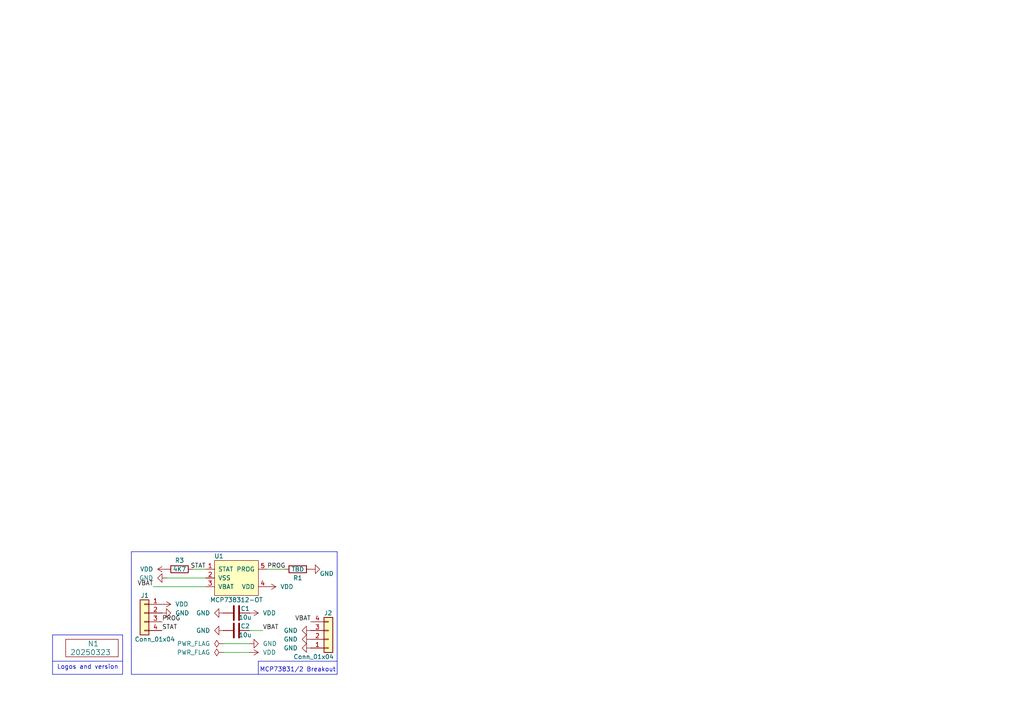
<source format=kicad_sch>
(kicad_sch (version 20231120) (generator "eeschema") (generator_version "8.0")
  (paper "A4")
  (lib_symbols
    (symbol "Connector_Generic:Conn_01x04" (pin_names (offset 1.016) hide)
      (property "Reference" "J" (at 0 5.08 0))
      (property "Value" "Conn_01x04" (at 0 -7.62 0))
      (symbol "Conn_01x04_1_1"
        (rectangle (start -1.27 -4.953) (end 0 -5.207) (stroke (width 0.1524)))
        (rectangle (start -1.27 -2.413) (end 0 -2.667) (stroke (width 0.1524)))
        (rectangle (start -1.27 0.127) (end 0 -0.127) (stroke (width 0.1524)))
        (rectangle (start -1.27 2.667) (end 0 2.413) (stroke (width 0.1524)))
        (rectangle (start -1.27 3.81) (end 1.27 -6.35) (stroke (width 0.254)) (fill (type background)))
        (pin passive line (at -5.08 2.54 0) (length 3.81) (name "Pin_1") (number "1"))
        (pin passive line (at -5.08 0 0) (length 3.81) (name "Pin_2") (number "2"))
        (pin passive line (at -5.08 -2.54 0) (length 3.81) (name "Pin_3") (number "3"))
        (pin passive line (at -5.08 -5.08 0) (length 3.81) (name "Pin_4") (number "4"))
      )
    )
    (symbol "Device:C" (pin_numbers hide) (pin_names (offset 0.254))
      (property "Reference" "C" (at 0.635 2.54 0))
      (property "Value" "C" (at 0.635 -2.54 0))
      (symbol "C_0_1"
        (polyline (pts (xy -2.032 -0.762) (xy 2.032 -0.762)) (stroke (width 0.508)))
        (polyline (pts (xy -2.032 0.762) (xy 2.032 0.762)) (stroke (width 0.508)))
      )
      (symbol "C_1_1"
        (pin passive line (at 0 3.81 270) (length 2.794) (name "~") (number "1"))
        (pin passive line (at 0 -3.81 90) (length 2.794) (name "~") (number "2"))
      )
    )
    (symbol "Device:R" (pin_numbers hide) (pin_names (offset 0))
      (property "Reference" "R" (at 2.032 0 90))
      (property "Value" "R" (at 0 0 90))
      (symbol "R_0_1"
        (rectangle (start -1.016 -2.54) (end 1.016 2.54) (stroke (width 0.254)))
      )
      (symbol "R_1_1"
        (pin passive line (at 0 3.81 270) (length 1.27) (name "~") (number "1"))
        (pin passive line (at 0 -3.81 90) (length 1.27) (name "~") (number "2"))
      )
    )
    (symbol "SquantorLabels:VYYYYMMDD" (pin_names (offset 1.016))
      (property "Reference" "N" (at 0 2.54 0))
      (property "Value" "VYYYYMMDD" (at 0 0 0))
      (symbol "VYYYYMMDD_0_1"
        (rectangle (start 7.62 -1.27) (end -7.62 3.81))
      )
    )
    (symbol "SquantorMicrochip:MCP738312-OT" (pin_names (offset 1.016))
      (property "Reference" "U" (at 0 6.35 0))
      (property "Value" "MCP738312-OT" (at 0 -6.35 0))
      (symbol "MCP738312-OT_0_1"
        (rectangle (start -6.35 5.08) (end 6.35 -5.08) (fill (type background)))
      )
      (symbol "MCP738312-OT_1_1"
        (pin output line (at -8.89 2.54 0) (length 2.54) (name "STAT") (number "1"))
        (pin power_in line (at -8.89 0 0) (length 2.54) (name "VSS") (number "2"))
        (pin power_out line (at -8.89 -2.54 0) (length 2.54) (name "VBAT") (number "3"))
        (pin power_in line (at 8.89 -2.54 180) (length 2.54) (name "VDD") (number "4"))
        (pin input line (at 8.89 2.54 180) (length 2.54) (name "PROG") (number "5"))
      )
    )
    (symbol "power:GND" (power) (pin_numbers hide) (pin_names (offset 0) hide)
      (property "Value" "GND" (at 0 -3.81 0))
      (symbol "GND_0_1"
        (polyline (pts (xy 0 0) (xy 0 -1.27) (xy 1.27 -1.27) (xy 0 -2.54) (xy -1.27 -1.27) (xy 0 -1.27)))
      )
      (symbol "GND_1_1"
        (pin power_in line (at 0 0 270) (length 0) (name "~") (number "1"))
      )
    )
    (symbol "power:PWR_FLAG" (power) (pin_numbers hide) (pin_names (offset 0) hide)
      (property "Value" "PWR_FLAG" (at 0 3.81 0))
      (symbol "PWR_FLAG_0_0"
        (pin power_out line (at 0 0 90) (length 0) (name "~") (number "1"))
      )
      (symbol "PWR_FLAG_0_1"
        (polyline (pts (xy 0 0) (xy 0 1.27) (xy -1.016 1.905) (xy 0 2.54) (xy 1.016 1.905) (xy 0 1.27)))
      )
    )
    (symbol "power:VDD" (power) (pin_numbers hide) (pin_names (offset 0) hide)
      (property "Value" "VDD" (at 0 3.556 0))
      (symbol "VDD_0_1"
        (polyline (pts (xy -0.762 1.27) (xy 0 2.54)))
        (polyline (pts (xy 0 0) (xy 0 2.54)))
        (polyline (pts (xy 0 2.54) (xy 0.762 1.27)))
      )
      (symbol "VDD_1_1"
        (pin power_in line (at 0 0 90) (length 0) (name "~") (number "1"))
      )
    )
  )
  (wire (pts (xy 64.77 189.23) (xy 72.39 189.23)))
  (wire (pts (xy 48.26 167.64) (xy 59.69 167.64)))
  (polyline (pts (xy 15.24 184.15) (xy 15.24 195.58)))
  (polyline (pts (xy 35.56 184.15) (xy 15.24 184.15)))
  (wire (pts (xy 64.77 186.69) (xy 72.39 186.69)))
  (polyline (pts (xy 97.79 191.77) (xy 74.93 191.77)))
  (polyline (pts (xy 97.79 160.02) (xy 38.1 160.02)))
  (polyline (pts (xy 38.1 160.02) (xy 38.1 195.58)))
  (polyline (pts (xy 97.79 195.58) (xy 97.79 160.02)))
  (wire (pts (xy 76.2 182.88) (xy 72.39 182.88)))
  (wire (pts (xy 44.45 170.18) (xy 59.69 170.18)))
  (polyline (pts (xy 35.56 195.58) (xy 35.56 184.15)))
  (polyline (pts (xy 15.24 195.58) (xy 35.56 195.58)))
  (polyline (pts (xy 74.93 191.77) (xy 74.93 195.58)))
  (wire (pts (xy 55.88 165.1) (xy 59.69 165.1)))
  (polyline (pts (xy 38.1 195.58) (xy 97.79 195.58)))
  (wire (pts (xy 77.47 165.1) (xy 82.55 165.1)))
  (polyline (pts (xy 15.24 191.77) (xy 35.56 191.77)))
  (text "Logos and version" (at 16.51 194.31 0) (effects (font (size 1.27 1.27)) (justify left bottom)))
  (text "MCP73831/2 Breakout" (at 86.36 194.31 0) (effects (font (size 1.27 1.27))))
  (label "STAT" (at 46.99 182.88 0))
  (label "PROG" (at 77.47 165.1 0))
  (label "PROG" (at 46.99 180.34 0))
  (label "VBAT" (at 76.2 182.88 0))
  (label "STAT" (at 59.69 165.1 180))
  (label "VBAT" (at 44.45 170.18 180))
  (label "VBAT" (at 90.17 180.34 180))
  (symbol (lib_id "SquantorLabels:VYYYYMMDD") (at 26.67 189.23 0) (unit 1)
    (property "Reference" "N1" (at 25.4 186.69 0) (effects (font (size 1.524 1.524)) (justify left)))
    (property "Value" "20250323" (at 20.32 189.23 0) (effects (font (size 1.524 1.524)) (justify left)))
    (property "Footprint" "SquantorLabels:Label_Generic" (effects (hide yes)))
  )
  (symbol (lib_id "power:VDD") (at 72.39 177.8 270) (unit 1)
    (property "Reference" "#PWR06" (effects (hide yes)))
    (property "Value" "VDD" (at 76.2 177.7999 90) (effects (justify left)))
    (property "Description" "Power symbol creates a global label with name \"VDD\"" (effects (hide yes)))
  )
  (symbol (lib_id "Device:R") (at 52.07 165.1 90) (unit 1)
    (property "Reference" "R3" (at 52.07 162.56 90))
    (property "Value" "4K7" (at 52.07 165.1 90))
    (property "Footprint" "SquantorResistor:R_0603_hand" (effects (hide yes)))
    (property "Description" "Resistor" (effects (hide yes)))
  )
  (symbol (lib_id "SquantorMicrochip:MCP738312-OT") (at 68.58 167.64 0) (unit 1)
    (property "Reference" "U1" (at 63.5 161.29 0))
    (property "Value" "MCP738312-OT" (at 68.58 173.99 0))
    (property "Footprint" "SquantorIC:SOT23-5-Microchip-OT" (effects (hide yes)))
    (property "Description" "MCP738312 Miniature Single-Cell, Fully Integrated Li-Ion,Li-Polymer Charge Management Controllers" (effects (hide yes)))
  )
  (symbol (lib_id "Connector_Generic:Conn_01x04") (at 41.91 177.8 0) (mirror y) (unit 1)
    (property "Reference" "J1" (at 43.18 172.72 0) (effects (justify left)))
    (property "Value" "Conn_01x04" (at 50.8 185.42 0) (effects (justify left)))
    (property "Footprint" "SquantorConnectors:Header-0254-1X04-H010" (effects (hide yes)))
    (property "Description" "Generic connector, single row, 01x04, script generated (kicad-library-utils/schlib/autogen/connector/)" (effects (hide yes)))
  )
  (symbol (lib_id "power:GND") (at 90.17 185.42 270) (unit 1)
    (property "Reference" "#PWR11" (effects (hide yes)))
    (property "Value" "GND" (at 86.36 185.4199 90) (effects (justify right)))
    (property "Description" "Power symbol creates a global label with name \"GND\" , ground" (effects (hide yes)))
  )
  (symbol (lib_id "power:VDD") (at 46.99 175.26 270) (unit 1)
    (property "Reference" "#PWR10" (effects (hide yes)))
    (property "Value" "VDD" (at 50.8 175.2599 90) (effects (justify left)))
    (property "Description" "Power symbol creates a global label with name \"VDD\"" (effects (hide yes)))
  )
  (symbol (lib_id "Device:R") (at 86.36 165.1 270) (unit 1)
    (property "Reference" "R1" (at 86.36 167.64 90))
    (property "Value" "TBD" (at 86.36 165.1 90))
    (property "Footprint" "SquantorResistor:R_0603_hand" (effects (hide yes)))
    (property "Description" "Resistor" (effects (hide yes)))
  )
  (symbol (lib_id "power:VDD") (at 48.26 165.1 90) (unit 1)
    (property "Reference" "#PWR7" (effects (hide yes)))
    (property "Value" "VDD" (at 44.45 165.0999 90) (effects (justify left)))
    (property "Description" "Power symbol creates a global label with name \"VDD\"" (effects (hide yes)))
  )
  (symbol (lib_id "power:GND") (at 72.39 186.69 90) (unit 1)
    (property "Reference" "#PWR14" (effects (hide yes)))
    (property "Value" "GND" (at 76.2 186.6899 90) (effects (justify right)))
    (property "Description" "Power symbol creates a global label with name \"GND\" , ground" (effects (hide yes)))
  )
  (symbol (lib_id "power:GND") (at 64.77 182.88 270) (unit 1)
    (property "Reference" "#PWR05" (effects (hide yes)))
    (property "Value" "GND" (at 60.96 182.8799 90) (effects (justify right)))
    (property "Description" "Power symbol creates a global label with name \"GND\" , ground" (effects (hide yes)))
  )
  (symbol (lib_id "power:GND") (at 90.17 187.96 270) (unit 1)
    (property "Reference" "#PWR9" (effects (hide yes)))
    (property "Value" "GND" (at 86.36 187.9599 90) (effects (justify right)))
    (property "Description" "Power symbol creates a global label with name \"GND\" , ground" (effects (hide yes)))
  )
  (symbol (lib_id "power:PWR_FLAG") (at 64.77 186.69 90) (unit 1)
    (property "Reference" "#FLG1" (effects (hide yes)))
    (property "Value" "PWR_FLAG" (at 60.96 186.6899 90) (effects (justify left)))
    (property "Description" "Special symbol for telling ERC where power comes from" (effects (hide yes)))
  )
  (symbol (lib_id "power:GND") (at 64.77 177.8 270) (unit 1)
    (property "Reference" "#PWR04" (effects (hide yes)))
    (property "Value" "GND" (at 60.96 177.7999 90) (effects (justify right)))
    (property "Description" "Power symbol creates a global label with name \"GND\" , ground" (effects (hide yes)))
  )
  (symbol (lib_id "Connector_Generic:Conn_01x04") (at 95.25 185.42 0) (mirror x) (unit 1)
    (property "Reference" "J2" (at 93.98 177.8 0) (effects (justify left)))
    (property "Value" "Conn_01x04" (at 85.09 190.5 0) (effects (justify left)))
    (property "Footprint" "SquantorConnectors:Header-0254-1X04-H010" (effects (hide yes)))
    (property "Description" "Generic connector, single row, 01x04, script generated (kicad-library-utils/schlib/autogen/connector/)" (effects (hide yes)))
  )
  (symbol (lib_id "power:GND") (at 46.99 177.8 90) (unit 1)
    (property "Reference" "#PWR8" (effects (hide yes)))
    (property "Value" "GND" (at 50.8 177.7999 90) (effects (justify right)))
    (property "Description" "Power symbol creates a global label with name \"GND\" , ground" (effects (hide yes)))
  )
  (symbol (lib_id "power:GND") (at 90.17 165.1 90) (unit 1)
    (property "Reference" "#PWR03" (effects (hide yes)))
    (property "Value" "GND" (at 92.71 166.37 90) (effects (justify right)))
    (property "Description" "Power symbol creates a global label with name \"GND\" , ground" (effects (hide yes)))
  )
  (symbol (lib_id "power:GND") (at 48.26 167.64 270) (unit 1)
    (property "Reference" "#PWR01" (effects (hide yes)))
    (property "Value" "GND" (at 44.45 167.6399 90) (effects (justify right)))
    (property "Description" "Power symbol creates a global label with name \"GND\" , ground" (effects (hide yes)))
  )
  (symbol (lib_id "power:PWR_FLAG") (at 64.77 189.23 90) (unit 1)
    (property "Reference" "#FLG2" (effects (hide yes)))
    (property "Value" "PWR_FLAG" (at 60.96 189.2299 90) (effects (justify left)))
    (property "Description" "Special symbol for telling ERC where power comes from" (effects (hide yes)))
  )
  (symbol (lib_id "power:VDD") (at 77.47 170.18 270) (unit 1)
    (property "Reference" "#PWR02" (effects (hide yes)))
    (property "Value" "VDD" (at 81.28 170.1799 90) (effects (justify left)))
    (property "Description" "Power symbol creates a global label with name \"VDD\"" (effects (hide yes)))
  )
  (symbol (lib_id "Device:C") (at 68.58 182.88 90) (unit 1)
    (property "Reference" "C2" (at 71.12 181.61 90))
    (property "Value" "10u" (at 71.12 184.15 90))
    (property "Footprint" "SquantorCapacitor:C_1206_0805" (effects (hide yes)))
    (property "Description" "Unpolarized capacitor" (effects (hide yes)))
  )
  (symbol (lib_id "power:GND") (at 90.17 182.88 270) (unit 1)
    (property "Reference" "#PWR12" (effects (hide yes)))
    (property "Value" "GND" (at 86.36 182.8799 90) (effects (justify right)))
    (property "Description" "Power symbol creates a global label with name \"GND\" , ground" (effects (hide yes)))
  )
  (symbol (lib_id "power:VDD") (at 72.39 189.23 270) (unit 1)
    (property "Reference" "#PWR13" (effects (hide yes)))
    (property "Value" "VDD" (at 76.2 189.2299 90) (effects (justify left)))
    (property "Description" "Power symbol creates a global label with name \"VDD\"" (effects (hide yes)))
  )
  (symbol (lib_id "Device:C") (at 68.58 177.8 90) (unit 1)
    (property "Reference" "C1" (at 71.12 176.53 90))
    (property "Value" "10u" (at 71.12 179.07 90))
    (property "Footprint" "SquantorCapacitor:C_1206_0805" (effects (hide yes)))
    (property "Description" "Unpolarized capacitor" (effects (hide yes)))
  )
)
</source>
